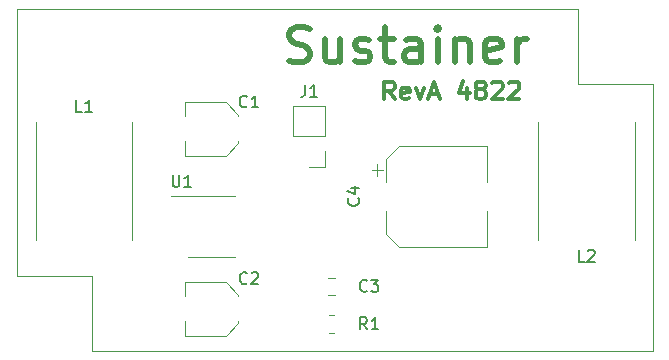
<source format=gbr>
%TF.GenerationSoftware,KiCad,Pcbnew,(6.0.5-0)*%
%TF.CreationDate,2022-12-05T01:18:56+00:00*%
%TF.ProjectId,Ebow,45626f77-2e6b-4696-9361-645f70636258,rev?*%
%TF.SameCoordinates,Original*%
%TF.FileFunction,Legend,Top*%
%TF.FilePolarity,Positive*%
%FSLAX46Y46*%
G04 Gerber Fmt 4.6, Leading zero omitted, Abs format (unit mm)*
G04 Created by KiCad (PCBNEW (6.0.5-0)) date 2022-12-05 01:18:56*
%MOMM*%
%LPD*%
G01*
G04 APERTURE LIST*
%ADD10C,0.300000*%
%ADD11C,0.500000*%
%TA.AperFunction,Profile*%
%ADD12C,0.100000*%
%TD*%
%ADD13C,0.150000*%
%ADD14C,0.120000*%
G04 APERTURE END LIST*
D10*
X82808571Y-109263571D02*
X82308571Y-108549285D01*
X81951428Y-109263571D02*
X81951428Y-107763571D01*
X82522857Y-107763571D01*
X82665714Y-107835000D01*
X82737142Y-107906428D01*
X82808571Y-108049285D01*
X82808571Y-108263571D01*
X82737142Y-108406428D01*
X82665714Y-108477857D01*
X82522857Y-108549285D01*
X81951428Y-108549285D01*
X84022857Y-109192142D02*
X83880000Y-109263571D01*
X83594285Y-109263571D01*
X83451428Y-109192142D01*
X83380000Y-109049285D01*
X83380000Y-108477857D01*
X83451428Y-108335000D01*
X83594285Y-108263571D01*
X83880000Y-108263571D01*
X84022857Y-108335000D01*
X84094285Y-108477857D01*
X84094285Y-108620714D01*
X83380000Y-108763571D01*
X84594285Y-108263571D02*
X84951428Y-109263571D01*
X85308571Y-108263571D01*
X85808571Y-108835000D02*
X86522857Y-108835000D01*
X85665714Y-109263571D02*
X86165714Y-107763571D01*
X86665714Y-109263571D01*
X88951428Y-108263571D02*
X88951428Y-109263571D01*
X88594285Y-107692142D02*
X88237142Y-108763571D01*
X89165714Y-108763571D01*
X89951428Y-108406428D02*
X89808571Y-108335000D01*
X89737142Y-108263571D01*
X89665714Y-108120714D01*
X89665714Y-108049285D01*
X89737142Y-107906428D01*
X89808571Y-107835000D01*
X89951428Y-107763571D01*
X90237142Y-107763571D01*
X90380000Y-107835000D01*
X90451428Y-107906428D01*
X90522857Y-108049285D01*
X90522857Y-108120714D01*
X90451428Y-108263571D01*
X90380000Y-108335000D01*
X90237142Y-108406428D01*
X89951428Y-108406428D01*
X89808571Y-108477857D01*
X89737142Y-108549285D01*
X89665714Y-108692142D01*
X89665714Y-108977857D01*
X89737142Y-109120714D01*
X89808571Y-109192142D01*
X89951428Y-109263571D01*
X90237142Y-109263571D01*
X90380000Y-109192142D01*
X90451428Y-109120714D01*
X90522857Y-108977857D01*
X90522857Y-108692142D01*
X90451428Y-108549285D01*
X90380000Y-108477857D01*
X90237142Y-108406428D01*
X91094285Y-107906428D02*
X91165714Y-107835000D01*
X91308571Y-107763571D01*
X91665714Y-107763571D01*
X91808571Y-107835000D01*
X91880000Y-107906428D01*
X91951428Y-108049285D01*
X91951428Y-108192142D01*
X91880000Y-108406428D01*
X91022857Y-109263571D01*
X91951428Y-109263571D01*
X92522857Y-107906428D02*
X92594285Y-107835000D01*
X92737142Y-107763571D01*
X93094285Y-107763571D01*
X93237142Y-107835000D01*
X93308571Y-107906428D01*
X93380000Y-108049285D01*
X93380000Y-108192142D01*
X93308571Y-108406428D01*
X92451428Y-109263571D01*
X93380000Y-109263571D01*
D11*
X73891428Y-105989285D02*
X74320000Y-106132142D01*
X75034285Y-106132142D01*
X75320000Y-105989285D01*
X75462857Y-105846428D01*
X75605714Y-105560714D01*
X75605714Y-105275000D01*
X75462857Y-104989285D01*
X75320000Y-104846428D01*
X75034285Y-104703571D01*
X74462857Y-104560714D01*
X74177142Y-104417857D01*
X74034285Y-104275000D01*
X73891428Y-103989285D01*
X73891428Y-103703571D01*
X74034285Y-103417857D01*
X74177142Y-103275000D01*
X74462857Y-103132142D01*
X75177142Y-103132142D01*
X75605714Y-103275000D01*
X78177142Y-104132142D02*
X78177142Y-106132142D01*
X76891428Y-104132142D02*
X76891428Y-105703571D01*
X77034285Y-105989285D01*
X77320000Y-106132142D01*
X77748571Y-106132142D01*
X78034285Y-105989285D01*
X78177142Y-105846428D01*
X79462857Y-105989285D02*
X79748571Y-106132142D01*
X80320000Y-106132142D01*
X80605714Y-105989285D01*
X80748571Y-105703571D01*
X80748571Y-105560714D01*
X80605714Y-105275000D01*
X80320000Y-105132142D01*
X79891428Y-105132142D01*
X79605714Y-104989285D01*
X79462857Y-104703571D01*
X79462857Y-104560714D01*
X79605714Y-104275000D01*
X79891428Y-104132142D01*
X80320000Y-104132142D01*
X80605714Y-104275000D01*
X81605714Y-104132142D02*
X82748571Y-104132142D01*
X82034285Y-103132142D02*
X82034285Y-105703571D01*
X82177142Y-105989285D01*
X82462857Y-106132142D01*
X82748571Y-106132142D01*
X85034285Y-106132142D02*
X85034285Y-104560714D01*
X84891428Y-104275000D01*
X84605714Y-104132142D01*
X84034285Y-104132142D01*
X83748571Y-104275000D01*
X85034285Y-105989285D02*
X84748571Y-106132142D01*
X84034285Y-106132142D01*
X83748571Y-105989285D01*
X83605714Y-105703571D01*
X83605714Y-105417857D01*
X83748571Y-105132142D01*
X84034285Y-104989285D01*
X84748571Y-104989285D01*
X85034285Y-104846428D01*
X86462857Y-106132142D02*
X86462857Y-104132142D01*
X86462857Y-103132142D02*
X86320000Y-103275000D01*
X86462857Y-103417857D01*
X86605714Y-103275000D01*
X86462857Y-103132142D01*
X86462857Y-103417857D01*
X87891428Y-104132142D02*
X87891428Y-106132142D01*
X87891428Y-104417857D02*
X88034285Y-104275000D01*
X88320000Y-104132142D01*
X88748571Y-104132142D01*
X89034285Y-104275000D01*
X89177142Y-104560714D01*
X89177142Y-106132142D01*
X91748571Y-105989285D02*
X91462857Y-106132142D01*
X90891428Y-106132142D01*
X90605714Y-105989285D01*
X90462857Y-105703571D01*
X90462857Y-104560714D01*
X90605714Y-104275000D01*
X90891428Y-104132142D01*
X91462857Y-104132142D01*
X91748571Y-104275000D01*
X91891428Y-104560714D01*
X91891428Y-104846428D01*
X90462857Y-105132142D01*
X93177142Y-106132142D02*
X93177142Y-104132142D01*
X93177142Y-104703571D02*
X93320000Y-104417857D01*
X93462857Y-104275000D01*
X93748571Y-104132142D01*
X94034285Y-104132142D01*
D12*
X98298000Y-107950000D02*
X104648000Y-107950000D01*
X98298000Y-101600000D02*
X98298000Y-107950000D01*
X104648000Y-107950000D02*
X104648000Y-130556000D01*
X57150000Y-124206000D02*
X50800000Y-124206000D01*
X57150000Y-124206000D02*
X57150000Y-130556000D01*
X50800000Y-124206000D02*
X50800000Y-101600000D01*
X104648000Y-130556000D02*
X57150000Y-130556000D01*
X50800000Y-101600000D02*
X98298000Y-101600000D01*
D13*
%TO.C,L2*%
X98893333Y-123007380D02*
X98417142Y-123007380D01*
X98417142Y-122007380D01*
X99179047Y-122102619D02*
X99226666Y-122055000D01*
X99321904Y-122007380D01*
X99560000Y-122007380D01*
X99655238Y-122055000D01*
X99702857Y-122102619D01*
X99750476Y-122197857D01*
X99750476Y-122293095D01*
X99702857Y-122435952D01*
X99131428Y-123007380D01*
X99750476Y-123007380D01*
%TO.C,U1*%
X64008095Y-115657380D02*
X64008095Y-116466904D01*
X64055714Y-116562142D01*
X64103333Y-116609761D01*
X64198571Y-116657380D01*
X64389047Y-116657380D01*
X64484285Y-116609761D01*
X64531904Y-116562142D01*
X64579523Y-116466904D01*
X64579523Y-115657380D01*
X65579523Y-116657380D02*
X65008095Y-116657380D01*
X65293809Y-116657380D02*
X65293809Y-115657380D01*
X65198571Y-115800238D01*
X65103333Y-115895476D01*
X65008095Y-115943095D01*
%TO.C,R1*%
X80478333Y-128722380D02*
X80145000Y-128246190D01*
X79906904Y-128722380D02*
X79906904Y-127722380D01*
X80287857Y-127722380D01*
X80383095Y-127770000D01*
X80430714Y-127817619D01*
X80478333Y-127912857D01*
X80478333Y-128055714D01*
X80430714Y-128150952D01*
X80383095Y-128198571D01*
X80287857Y-128246190D01*
X79906904Y-128246190D01*
X81430714Y-128722380D02*
X80859285Y-128722380D01*
X81145000Y-128722380D02*
X81145000Y-127722380D01*
X81049761Y-127865238D01*
X80954523Y-127960476D01*
X80859285Y-128008095D01*
%TO.C,L1*%
X56348333Y-110307380D02*
X55872142Y-110307380D01*
X55872142Y-109307380D01*
X57205476Y-110307380D02*
X56634047Y-110307380D01*
X56919761Y-110307380D02*
X56919761Y-109307380D01*
X56824523Y-109450238D01*
X56729285Y-109545476D01*
X56634047Y-109593095D01*
%TO.C,J1*%
X75231666Y-108032380D02*
X75231666Y-108746666D01*
X75184047Y-108889523D01*
X75088809Y-108984761D01*
X74945952Y-109032380D01*
X74850714Y-109032380D01*
X76231666Y-109032380D02*
X75660238Y-109032380D01*
X75945952Y-109032380D02*
X75945952Y-108032380D01*
X75850714Y-108175238D01*
X75755476Y-108270476D01*
X75660238Y-108318095D01*
%TO.C,C4*%
X79732142Y-117641666D02*
X79779761Y-117689285D01*
X79827380Y-117832142D01*
X79827380Y-117927380D01*
X79779761Y-118070238D01*
X79684523Y-118165476D01*
X79589285Y-118213095D01*
X79398809Y-118260714D01*
X79255952Y-118260714D01*
X79065476Y-118213095D01*
X78970238Y-118165476D01*
X78875000Y-118070238D01*
X78827380Y-117927380D01*
X78827380Y-117832142D01*
X78875000Y-117689285D01*
X78922619Y-117641666D01*
X79160714Y-116784523D02*
X79827380Y-116784523D01*
X78779761Y-117022619D02*
X79494047Y-117260714D01*
X79494047Y-116641666D01*
%TO.C,C3*%
X80478333Y-125452142D02*
X80430714Y-125499761D01*
X80287857Y-125547380D01*
X80192619Y-125547380D01*
X80049761Y-125499761D01*
X79954523Y-125404523D01*
X79906904Y-125309285D01*
X79859285Y-125118809D01*
X79859285Y-124975952D01*
X79906904Y-124785476D01*
X79954523Y-124690238D01*
X80049761Y-124595000D01*
X80192619Y-124547380D01*
X80287857Y-124547380D01*
X80430714Y-124595000D01*
X80478333Y-124642619D01*
X80811666Y-124547380D02*
X81430714Y-124547380D01*
X81097380Y-124928333D01*
X81240238Y-124928333D01*
X81335476Y-124975952D01*
X81383095Y-125023571D01*
X81430714Y-125118809D01*
X81430714Y-125356904D01*
X81383095Y-125452142D01*
X81335476Y-125499761D01*
X81240238Y-125547380D01*
X80954523Y-125547380D01*
X80859285Y-125499761D01*
X80811666Y-125452142D01*
%TO.C,C2*%
X70318333Y-124817142D02*
X70270714Y-124864761D01*
X70127857Y-124912380D01*
X70032619Y-124912380D01*
X69889761Y-124864761D01*
X69794523Y-124769523D01*
X69746904Y-124674285D01*
X69699285Y-124483809D01*
X69699285Y-124340952D01*
X69746904Y-124150476D01*
X69794523Y-124055238D01*
X69889761Y-123960000D01*
X70032619Y-123912380D01*
X70127857Y-123912380D01*
X70270714Y-123960000D01*
X70318333Y-124007619D01*
X70699285Y-124007619D02*
X70746904Y-123960000D01*
X70842142Y-123912380D01*
X71080238Y-123912380D01*
X71175476Y-123960000D01*
X71223095Y-124007619D01*
X71270714Y-124102857D01*
X71270714Y-124198095D01*
X71223095Y-124340952D01*
X70651666Y-124912380D01*
X71270714Y-124912380D01*
%TO.C,C1*%
X70318333Y-109857142D02*
X70270714Y-109904761D01*
X70127857Y-109952380D01*
X70032619Y-109952380D01*
X69889761Y-109904761D01*
X69794523Y-109809523D01*
X69746904Y-109714285D01*
X69699285Y-109523809D01*
X69699285Y-109380952D01*
X69746904Y-109190476D01*
X69794523Y-109095238D01*
X69889761Y-109000000D01*
X70032619Y-108952380D01*
X70127857Y-108952380D01*
X70270714Y-109000000D01*
X70318333Y-109047619D01*
X71270714Y-109952380D02*
X70699285Y-109952380D01*
X70985000Y-109952380D02*
X70985000Y-108952380D01*
X70889761Y-109095238D01*
X70794523Y-109190476D01*
X70699285Y-109238095D01*
D14*
%TO.C,L2*%
X94960000Y-121205000D02*
X94960000Y-111205000D01*
X103160000Y-121205000D02*
X103160000Y-111205000D01*
%TO.C,U1*%
X67310000Y-117455000D02*
X69260000Y-117455000D01*
X67310000Y-122575000D02*
X69260000Y-122575000D01*
X67310000Y-117455000D02*
X63860000Y-117455000D01*
X67310000Y-122575000D02*
X65360000Y-122575000D01*
%TO.C,R1*%
X77697064Y-129005000D02*
X77242936Y-129005000D01*
X77697064Y-127535000D02*
X77242936Y-127535000D01*
%TO.C,L1*%
X60615000Y-111205000D02*
X60615000Y-121205000D01*
X52415000Y-111205000D02*
X52415000Y-121205000D01*
%TO.C,J1*%
X76895000Y-113665000D02*
X76895000Y-114995000D01*
X76895000Y-109795000D02*
X74235000Y-109795000D01*
X76895000Y-112395000D02*
X76895000Y-109795000D01*
X76895000Y-112395000D02*
X74235000Y-112395000D01*
X76895000Y-114995000D02*
X75565000Y-114995000D01*
X74235000Y-112395000D02*
X74235000Y-109795000D01*
%TO.C,C4*%
X81360000Y-114765000D02*
X81360000Y-115765000D01*
X90620000Y-121735000D02*
X90620000Y-118685000D01*
X80860000Y-115265000D02*
X81860000Y-115265000D01*
X90620000Y-113215000D02*
X90620000Y-116265000D01*
X82100000Y-120670563D02*
X83164437Y-121735000D01*
X83164437Y-121735000D02*
X90620000Y-121735000D01*
X82100000Y-120670563D02*
X82100000Y-118685000D01*
X82100000Y-114279437D02*
X83164437Y-113215000D01*
X83164437Y-113215000D02*
X90620000Y-113215000D01*
X82100000Y-114279437D02*
X82100000Y-116265000D01*
%TO.C,C3*%
X77731252Y-125830000D02*
X77208748Y-125830000D01*
X77731252Y-124360000D02*
X77208748Y-124360000D01*
%TO.C,C2*%
X69570000Y-125804437D02*
X69570000Y-125940000D01*
X68505563Y-124740000D02*
X65050000Y-124740000D01*
X65050000Y-129260000D02*
X65050000Y-128060000D01*
X69570000Y-128195563D02*
X69570000Y-128060000D01*
X68505563Y-129260000D02*
X65050000Y-129260000D01*
X69570000Y-128195563D02*
X68505563Y-129260000D01*
X69570000Y-125804437D02*
X68505563Y-124740000D01*
X65050000Y-124740000D02*
X65050000Y-125940000D01*
%TO.C,C1*%
X69570000Y-110564437D02*
X69570000Y-110700000D01*
X68505563Y-109500000D02*
X65050000Y-109500000D01*
X65050000Y-114020000D02*
X65050000Y-112820000D01*
X69570000Y-112955563D02*
X69570000Y-112820000D01*
X68505563Y-114020000D02*
X65050000Y-114020000D01*
X69570000Y-112955563D02*
X68505563Y-114020000D01*
X69570000Y-110564437D02*
X68505563Y-109500000D01*
X65050000Y-109500000D02*
X65050000Y-110700000D01*
%TD*%
M02*

</source>
